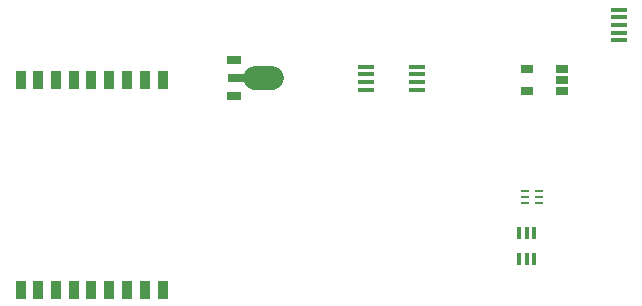
<source format=gtp>
G04 Layer: TopPasteMaskLayer*
G04 EasyEDA v5.9.42, Mon, 01 Apr 2019 20:05:28 GMT*
G04 e7f0afa64d6d408caf880ab9bb1ba352*
G04 Gerber Generator version 0.2*
G04 Scale: 100 percent, Rotated: No, Reflected: No *
G04 Dimensions in millimeters *
G04 leading zeros omitted , absolute positions ,3 integer and 3 decimal *
%FSLAX33Y33*%
%MOMM*%
G90*
G71D02*

%ADD16C,1.999996*%
%ADD18R,1.348740X0.399999*%
%ADD19R,0.750011X0.280010*%
%ADD20R,1.059993X0.650011*%
%ADD21R,0.419989X0.999998*%
%ADD22R,1.905000X0.699999*%
%ADD23R,1.193800X0.650011*%
%ADD24R,0.899160X1.485900*%
%ADD25R,1.350010X0.400050*%

%LPD*%
G54D16*
G01X20804Y26035D02*
G01X22304Y26035D01*
G54D18*
G01X34531Y25085D03*
G01X30228Y25085D03*
G01X34532Y25736D03*
G01X30231Y25736D03*
G01X34531Y26385D03*
G01X30228Y26385D03*
G01X34532Y27035D03*
G01X30232Y27037D03*
G54D19*
G01X43688Y16510D03*
G01X43693Y16009D03*
G01X43699Y15511D03*
G01X44836Y16507D03*
G01X44842Y16012D03*
G01X44847Y15506D03*
G54D20*
G01X46840Y24958D03*
G01X46840Y25908D03*
G01X46840Y26857D03*
G01X43840Y26857D03*
G01X43840Y24958D03*
G54D21*
G01X44465Y10706D03*
G01X43815Y10706D03*
G01X43164Y10706D03*
G01X43164Y12915D03*
G01X43815Y12915D03*
G01X44465Y12915D03*
G54D22*
G01X19436Y26035D03*
G54D23*
G01X19085Y27559D03*
G01X19085Y24511D03*
G54D24*
G01X977Y8126D03*
G01X2476Y8126D03*
G01X3975Y8126D03*
G01X5473Y8126D03*
G01X6972Y8126D03*
G01X8470Y8126D03*
G01X9969Y8126D03*
G01X11468Y8126D03*
G01X12992Y8126D03*
G01X12992Y25906D03*
G01X11468Y25906D03*
G01X9969Y25906D03*
G01X8470Y25906D03*
G01X6972Y25906D03*
G01X5473Y25906D03*
G01X3975Y25906D03*
G01X2476Y25906D03*
G01X977Y25906D03*
G54D25*
G01X51625Y29260D03*
G01X51625Y29911D03*
G01X51625Y30561D03*
G01X51625Y31211D03*
G01X51625Y31860D03*
M00*
M02*

</source>
